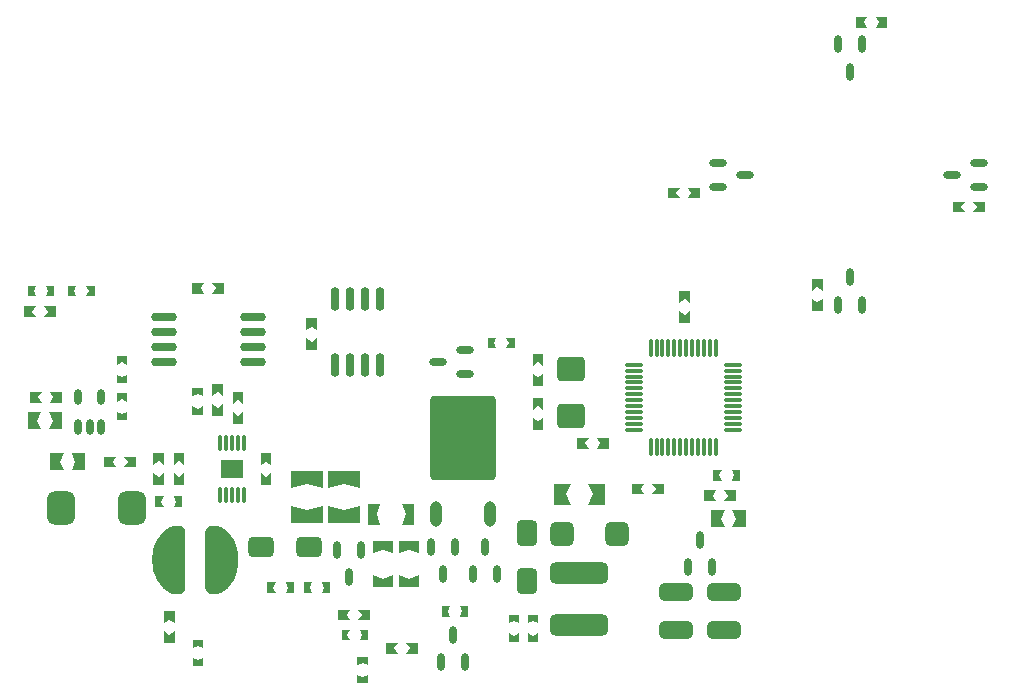
<source format=gtp>
G04 Layer_Color=8421504*
%FSLAX24Y24*%
%MOIN*%
G70*
G01*
G75*
G04:AMPARAMS|DCode=15|XSize=90.6mil|YSize=82.7mil|CornerRadius=12.4mil|HoleSize=0mil|Usage=FLASHONLY|Rotation=0.000|XOffset=0mil|YOffset=0mil|HoleType=Round|Shape=RoundedRectangle|*
%AMROUNDEDRECTD15*
21,1,0.0906,0.0579,0,0,0.0*
21,1,0.0657,0.0827,0,0,0.0*
1,1,0.0248,0.0329,-0.0289*
1,1,0.0248,-0.0329,-0.0289*
1,1,0.0248,-0.0329,0.0289*
1,1,0.0248,0.0329,0.0289*
%
%ADD15ROUNDEDRECTD15*%
G04:AMPARAMS|DCode=16|XSize=86.6mil|YSize=68.9mil|CornerRadius=17.2mil|HoleSize=0mil|Usage=FLASHONLY|Rotation=90.000|XOffset=0mil|YOffset=0mil|HoleType=Round|Shape=RoundedRectangle|*
%AMROUNDEDRECTD16*
21,1,0.0866,0.0344,0,0,90.0*
21,1,0.0522,0.0689,0,0,90.0*
1,1,0.0344,0.0172,0.0261*
1,1,0.0344,0.0172,-0.0261*
1,1,0.0344,-0.0172,-0.0261*
1,1,0.0344,-0.0172,0.0261*
%
%ADD16ROUNDEDRECTD16*%
G04:AMPARAMS|DCode=17|XSize=194.9mil|YSize=70.9mil|CornerRadius=17.7mil|HoleSize=0mil|Usage=FLASHONLY|Rotation=180.000|XOffset=0mil|YOffset=0mil|HoleType=Round|Shape=RoundedRectangle|*
%AMROUNDEDRECTD17*
21,1,0.1949,0.0354,0,0,180.0*
21,1,0.1594,0.0709,0,0,180.0*
1,1,0.0354,-0.0797,0.0177*
1,1,0.0354,0.0797,0.0177*
1,1,0.0354,0.0797,-0.0177*
1,1,0.0354,-0.0797,-0.0177*
%
%ADD17ROUNDEDRECTD17*%
G04:AMPARAMS|DCode=18|XSize=279.5mil|YSize=218.5mil|CornerRadius=10.9mil|HoleSize=0mil|Usage=FLASHONLY|Rotation=90.000|XOffset=0mil|YOffset=0mil|HoleType=Round|Shape=RoundedRectangle|*
%AMROUNDEDRECTD18*
21,1,0.2795,0.1967,0,0,90.0*
21,1,0.2577,0.2185,0,0,90.0*
1,1,0.0219,0.0983,0.1288*
1,1,0.0219,0.0983,-0.1288*
1,1,0.0219,-0.0983,-0.1288*
1,1,0.0219,-0.0983,0.1288*
%
%ADD18ROUNDEDRECTD18*%
%ADD19O,0.0394X0.0846*%
%ADD22O,0.0281X0.0591*%
G04:AMPARAMS|DCode=23|XSize=82.7mil|YSize=78.7mil|CornerRadius=19.7mil|HoleSize=0mil|Usage=FLASHONLY|Rotation=270.000|XOffset=0mil|YOffset=0mil|HoleType=Round|Shape=RoundedRectangle|*
%AMROUNDEDRECTD23*
21,1,0.0827,0.0394,0,0,270.0*
21,1,0.0433,0.0787,0,0,270.0*
1,1,0.0394,-0.0197,-0.0217*
1,1,0.0394,-0.0197,0.0217*
1,1,0.0394,0.0197,0.0217*
1,1,0.0394,0.0197,-0.0217*
%
%ADD23ROUNDEDRECTD23*%
%ADD26R,0.0728X0.0610*%
%ADD27O,0.0118X0.0571*%
G04:AMPARAMS|DCode=28|XSize=94.5mil|YSize=110.2mil|CornerRadius=23.6mil|HoleSize=0mil|Usage=FLASHONLY|Rotation=180.000|XOffset=0mil|YOffset=0mil|HoleType=Round|Shape=RoundedRectangle|*
%AMROUNDEDRECTD28*
21,1,0.0945,0.0630,0,0,180.0*
21,1,0.0472,0.1102,0,0,180.0*
1,1,0.0472,-0.0236,0.0315*
1,1,0.0472,0.0236,0.0315*
1,1,0.0472,0.0236,-0.0315*
1,1,0.0472,-0.0236,-0.0315*
%
%ADD28ROUNDEDRECTD28*%
G04:AMPARAMS|DCode=29|XSize=86.6mil|YSize=68.9mil|CornerRadius=17.2mil|HoleSize=0mil|Usage=FLASHONLY|Rotation=180.000|XOffset=0mil|YOffset=0mil|HoleType=Round|Shape=RoundedRectangle|*
%AMROUNDEDRECTD29*
21,1,0.0866,0.0344,0,0,180.0*
21,1,0.0522,0.0689,0,0,180.0*
1,1,0.0344,-0.0261,0.0172*
1,1,0.0344,0.0261,0.0172*
1,1,0.0344,0.0261,-0.0172*
1,1,0.0344,-0.0261,-0.0172*
%
%ADD29ROUNDEDRECTD29*%
%ADD32O,0.0236X0.0532*%
%ADD33O,0.0118X0.0630*%
%ADD34O,0.0630X0.0118*%
%ADD35O,0.0591X0.0281*%
%ADD36O,0.0850X0.0295*%
%ADD37O,0.0295X0.0800*%
G04:AMPARAMS|DCode=38|XSize=110.2mil|YSize=59.1mil|CornerRadius=14.8mil|HoleSize=0mil|Usage=FLASHONLY|Rotation=0.000|XOffset=0mil|YOffset=0mil|HoleType=Round|Shape=RoundedRectangle|*
%AMROUNDEDRECTD38*
21,1,0.1102,0.0295,0,0,0.0*
21,1,0.0807,0.0591,0,0,0.0*
1,1,0.0295,0.0404,-0.0148*
1,1,0.0295,-0.0404,-0.0148*
1,1,0.0295,-0.0404,0.0148*
1,1,0.0295,0.0404,0.0148*
%
%ADD38ROUNDEDRECTD38*%
G36*
X42854Y32835D02*
X42461D01*
X42579Y33012D01*
X42461Y33189D01*
X42854D01*
Y32835D01*
D02*
G37*
G36*
X42067Y33012D02*
X42185Y32835D01*
X41791D01*
Y33189D01*
X42185D01*
X42067Y33012D01*
D02*
G37*
G36*
X36594Y27136D02*
X36201D01*
X36319Y27313D01*
X36201Y27490D01*
X36594D01*
Y27136D01*
D02*
G37*
G36*
X35807Y27313D02*
X35925Y27136D01*
X35531D01*
Y27490D01*
X35925D01*
X35807Y27313D01*
D02*
G37*
G36*
X46102Y26673D02*
X45709D01*
X45827Y26850D01*
X45709Y27028D01*
X46102D01*
Y26673D01*
D02*
G37*
G36*
X45315Y26850D02*
X45433Y26673D01*
X45039D01*
Y27028D01*
X45433D01*
X45315Y26850D01*
D02*
G37*
G36*
X40689Y24065D02*
X40512Y24183D01*
X40335Y24065D01*
Y24459D01*
X40689D01*
Y24065D01*
D02*
G37*
G36*
X20748Y23967D02*
X20354D01*
X20472Y24144D01*
X20354Y24321D01*
X20748D01*
Y23967D01*
D02*
G37*
G36*
X19961Y24144D02*
X20079Y23967D01*
X19685D01*
Y24321D01*
X20079D01*
X19961Y24144D01*
D02*
G37*
G36*
X16427Y23878D02*
X16151D01*
X16230Y24055D01*
X16151Y24232D01*
X16427D01*
Y23878D01*
D02*
G37*
G36*
X15738Y24055D02*
X15817Y23878D01*
X15541D01*
Y24232D01*
X15817D01*
X15738Y24055D01*
D02*
G37*
G36*
X15079Y23878D02*
X14803D01*
X14882Y24055D01*
X14803Y24232D01*
X15079D01*
Y23878D01*
D02*
G37*
G36*
X14390Y24055D02*
X14468Y23878D01*
X14193D01*
Y24232D01*
X14468D01*
X14390Y24055D01*
D02*
G37*
G36*
X40689Y23396D02*
X40335D01*
Y23789D01*
X40512Y23671D01*
X40689Y23789D01*
Y23396D01*
D02*
G37*
G36*
X36270Y23652D02*
X36093Y23770D01*
X35915Y23652D01*
Y24045D01*
X36270D01*
Y23652D01*
D02*
G37*
G36*
Y22982D02*
X35915D01*
Y23376D01*
X36093Y23258D01*
X36270Y23376D01*
Y22982D01*
D02*
G37*
G36*
X15138Y23189D02*
X14744D01*
X14862Y23366D01*
X14744Y23543D01*
X15138D01*
Y23189D01*
D02*
G37*
G36*
X14350Y23366D02*
X14468Y23189D01*
X14075D01*
Y23543D01*
X14468D01*
X14350Y23366D01*
D02*
G37*
G36*
X23839Y22746D02*
X23661Y22864D01*
X23484Y22746D01*
Y23140D01*
X23839D01*
Y22746D01*
D02*
G37*
G36*
Y22077D02*
X23484D01*
Y22470D01*
X23661Y22352D01*
X23839Y22470D01*
Y22077D01*
D02*
G37*
G36*
X30423Y22136D02*
X30148D01*
X30226Y22313D01*
X30148Y22490D01*
X30423D01*
Y22136D01*
D02*
G37*
G36*
X29734Y22313D02*
X29813Y22136D01*
X29538D01*
Y22490D01*
X29813D01*
X29734Y22313D01*
D02*
G37*
G36*
X17520Y21594D02*
X17343Y21673D01*
X17165Y21594D01*
Y21870D01*
X17520D01*
Y21594D01*
D02*
G37*
G36*
X31388Y21565D02*
X31211Y21683D01*
X31033Y21565D01*
Y21959D01*
X31388D01*
Y21565D01*
D02*
G37*
G36*
X17520Y20984D02*
X17165D01*
Y21260D01*
X17343Y21181D01*
X17520Y21260D01*
Y20984D01*
D02*
G37*
G36*
X31388Y20896D02*
X31033D01*
Y21289D01*
X31211Y21171D01*
X31388Y21289D01*
Y20896D01*
D02*
G37*
G36*
X20709Y20551D02*
X20531Y20669D01*
X20354Y20551D01*
Y20945D01*
X20709D01*
Y20551D01*
D02*
G37*
G36*
X20039Y20541D02*
X19862Y20620D01*
X19685Y20541D01*
Y20817D01*
X20039D01*
Y20541D01*
D02*
G37*
G36*
X17520Y20364D02*
X17343Y20443D01*
X17165Y20364D01*
Y20640D01*
X17520D01*
Y20364D01*
D02*
G37*
G36*
X15325Y20325D02*
X14931D01*
X15049Y20502D01*
X14931Y20679D01*
X15325D01*
Y20325D01*
D02*
G37*
G36*
X14537Y20502D02*
X14656Y20325D01*
X14262D01*
Y20679D01*
X14656D01*
X14537Y20502D01*
D02*
G37*
G36*
X21378Y20285D02*
X21201Y20404D01*
X21024Y20285D01*
Y20679D01*
X21378D01*
Y20285D01*
D02*
G37*
G36*
X20709Y19882D02*
X20354D01*
Y20276D01*
X20531Y20157D01*
X20709Y20276D01*
Y19882D01*
D02*
G37*
G36*
X20039Y19931D02*
X19685D01*
Y20207D01*
X19862Y20128D01*
X20039Y20207D01*
Y19931D01*
D02*
G37*
G36*
X31387Y20098D02*
X31210Y20217D01*
X31033Y20098D01*
Y20492D01*
X31387D01*
Y20098D01*
D02*
G37*
G36*
X17520Y19754D02*
X17165D01*
Y20030D01*
X17343Y19951D01*
X17520Y20030D01*
Y19754D01*
D02*
G37*
G36*
X21378Y19616D02*
X21024D01*
Y20010D01*
X21201Y19892D01*
X21378Y20010D01*
Y19616D01*
D02*
G37*
G36*
X31387Y19429D02*
X31033D01*
Y19823D01*
X31210Y19705D01*
X31387Y19823D01*
Y19429D01*
D02*
G37*
G36*
X15354Y19449D02*
X14902D01*
X15030Y19734D01*
X14902Y20020D01*
X15354D01*
Y19449D01*
D02*
G37*
G36*
X14518Y19734D02*
X14646Y19449D01*
X14193D01*
Y20020D01*
X14646D01*
X14518Y19734D01*
D02*
G37*
G36*
X33563Y18799D02*
X33169D01*
X33287Y18976D01*
X33169Y19154D01*
X33563D01*
Y18799D01*
D02*
G37*
G36*
X32776Y18976D02*
X32894Y18799D01*
X32500D01*
Y19154D01*
X32894D01*
X32776Y18976D01*
D02*
G37*
G36*
X19419Y18258D02*
X19242Y18376D01*
X19065Y18258D01*
Y18652D01*
X19419D01*
Y18258D01*
D02*
G37*
G36*
X18740D02*
X18563Y18376D01*
X18386Y18258D01*
Y18652D01*
X18740D01*
Y18258D01*
D02*
G37*
G36*
X22313Y18248D02*
X22136Y18366D01*
X21959Y18248D01*
Y18642D01*
X22313D01*
Y18248D01*
D02*
G37*
G36*
X17815Y18179D02*
X17421D01*
X17539Y18356D01*
X17421Y18533D01*
X17815D01*
Y18179D01*
D02*
G37*
G36*
X17028Y18356D02*
X17146Y18179D01*
X16752D01*
Y18533D01*
X17146D01*
X17028Y18356D01*
D02*
G37*
G36*
X16112Y18071D02*
X15659D01*
X15787Y18356D01*
X15659Y18642D01*
X16112D01*
Y18071D01*
D02*
G37*
G36*
X15276Y18356D02*
X15404Y18071D01*
X14951D01*
Y18642D01*
X15404D01*
X15276Y18356D01*
D02*
G37*
G36*
X19419Y17589D02*
X19065D01*
Y17982D01*
X19242Y17864D01*
X19419Y17982D01*
Y17589D01*
D02*
G37*
G36*
X18740D02*
X18386D01*
Y17982D01*
X18563Y17864D01*
X18740Y17982D01*
Y17589D01*
D02*
G37*
G36*
X22313Y17579D02*
X21959D01*
Y17972D01*
X22136Y17854D01*
X22313Y17972D01*
Y17579D01*
D02*
G37*
G36*
X37933Y17726D02*
X37657D01*
X37736Y17904D01*
X37657Y18081D01*
X37933D01*
Y17726D01*
D02*
G37*
G36*
X37244Y17904D02*
X37323Y17726D01*
X37047D01*
Y18081D01*
X37323D01*
X37244Y17904D01*
D02*
G37*
G36*
X25256Y17470D02*
X24724Y17628D01*
X24193Y17470D01*
Y18041D01*
X25256D01*
Y17470D01*
D02*
G37*
G36*
X24026D02*
X23494Y17628D01*
X22963Y17470D01*
Y18041D01*
X24026D01*
Y17470D01*
D02*
G37*
G36*
X35413Y17274D02*
X35020D01*
X35138Y17451D01*
X35020Y17628D01*
X35413D01*
Y17274D01*
D02*
G37*
G36*
X34626Y17451D02*
X34744Y17274D01*
X34350D01*
Y17628D01*
X34744D01*
X34626Y17451D01*
D02*
G37*
G36*
X37815Y17057D02*
X37421D01*
X37539Y17234D01*
X37421Y17411D01*
X37815D01*
Y17057D01*
D02*
G37*
G36*
X37028Y17234D02*
X37146Y17057D01*
X36752D01*
Y17411D01*
X37146D01*
X37028Y17234D01*
D02*
G37*
G36*
X33435Y16919D02*
X32884D01*
X33041Y17274D01*
X32884Y17628D01*
X33435D01*
Y16919D01*
D02*
G37*
G36*
X32136Y17274D02*
X32293Y16919D01*
X31742D01*
Y17628D01*
X32293D01*
X32136Y17274D01*
D02*
G37*
G36*
X19339Y16848D02*
X19064D01*
X19142Y17026D01*
X19064Y17203D01*
X19339D01*
Y16848D01*
D02*
G37*
G36*
X18650Y17026D02*
X18729Y16848D01*
X18454D01*
Y17203D01*
X18729D01*
X18650Y17026D01*
D02*
G37*
G36*
X25256Y16329D02*
X24193D01*
Y16900D01*
X24724Y16742D01*
X25256Y16900D01*
Y16329D01*
D02*
G37*
G36*
X24026D02*
X22963D01*
Y16900D01*
X23494Y16742D01*
X24026Y16900D01*
Y16329D01*
D02*
G37*
G36*
X27087Y16260D02*
X26673D01*
X26791Y16604D01*
X26673Y16949D01*
X27087D01*
Y16260D01*
D02*
G37*
G36*
X25827Y16604D02*
X25945Y16260D01*
X25531D01*
Y16949D01*
X25945D01*
X25827Y16604D01*
D02*
G37*
G36*
X38140Y16181D02*
X37687D01*
X37815Y16467D01*
X37687Y16752D01*
X38140D01*
Y16181D01*
D02*
G37*
G36*
X37303Y16467D02*
X37431Y16181D01*
X36978D01*
Y16752D01*
X37431D01*
X37303Y16467D01*
D02*
G37*
G36*
X27244Y15315D02*
X26900Y15433D01*
X26555Y15315D01*
Y15728D01*
X27244D01*
Y15315D01*
D02*
G37*
G36*
X26388D02*
X26043Y15433D01*
X25699Y15315D01*
Y15728D01*
X26388D01*
Y15315D01*
D02*
G37*
G36*
X27244Y14173D02*
X26555D01*
Y14587D01*
X26900Y14468D01*
X27244Y14587D01*
Y14173D01*
D02*
G37*
G36*
X26388D02*
X25699D01*
Y14587D01*
X26043Y14468D01*
X26388Y14587D01*
Y14173D01*
D02*
G37*
G36*
X24281Y13986D02*
X24006D01*
X24085Y14163D01*
X24006Y14341D01*
X24281D01*
Y13986D01*
D02*
G37*
G36*
X23593Y14163D02*
X23671Y13986D01*
X23396D01*
Y14341D01*
X23671D01*
X23593Y14163D01*
D02*
G37*
G36*
X23071Y13986D02*
X22795D01*
X22874Y14163D01*
X22795Y14341D01*
X23071D01*
Y13986D01*
D02*
G37*
G36*
X22382Y14163D02*
X22461Y13986D01*
X22185D01*
Y14341D01*
X22461D01*
X22382Y14163D01*
D02*
G37*
G36*
X20515Y16218D02*
X20630Y16183D01*
X20737Y16127D01*
X20830Y16050D01*
X20860Y16020D01*
X20972Y15892D01*
X21065Y15749D01*
X21138Y15596D01*
X21139Y15592D01*
X21184Y15452D01*
X21211Y15308D01*
X21220Y15161D01*
X21220Y15029D01*
X21211Y14874D01*
X21182Y14721D01*
X21134Y14573D01*
X21134Y14572D01*
X21064Y14424D01*
X20974Y14288D01*
X20867Y14164D01*
X20824Y14121D01*
X20734Y14047D01*
X20631Y13992D01*
X20519Y13958D01*
X20403Y13947D01*
X20335D01*
X20268Y13957D01*
X20207Y13988D01*
X20159Y14036D01*
X20129Y14096D01*
X20118Y14163D01*
Y16014D01*
X20129Y16081D01*
X20159Y16141D01*
X20207Y16189D01*
X20268Y16220D01*
X20335Y16230D01*
X20395D01*
X20515Y16218D01*
D02*
G37*
G36*
X19299Y16220D02*
X19360Y16189D01*
X19407Y16141D01*
X19438Y16081D01*
X19449Y16014D01*
Y14163D01*
X19438Y14096D01*
X19407Y14036D01*
X19360Y13988D01*
X19299Y13957D01*
X19232Y13947D01*
X19172D01*
X19052Y13959D01*
X18937Y13994D01*
X18830Y14051D01*
X18737Y14127D01*
X18707Y14157D01*
X18595Y14285D01*
X18502Y14428D01*
X18429Y14581D01*
X18428Y14585D01*
X18383Y14725D01*
X18356Y14870D01*
X18346Y15017D01*
X18346Y15148D01*
X18356Y15303D01*
X18385Y15456D01*
X18433Y15604D01*
X18433Y15605D01*
X18503Y15753D01*
X18593Y15890D01*
X18700Y16013D01*
X18743Y16056D01*
X18833Y16130D01*
X18936Y16185D01*
X19048Y16219D01*
X19164Y16230D01*
X19232D01*
X19299Y16220D01*
D02*
G37*
G36*
X28878Y13199D02*
X28602D01*
X28681Y13376D01*
X28602Y13553D01*
X28878D01*
Y13199D01*
D02*
G37*
G36*
X28189Y13376D02*
X28268Y13199D01*
X27992D01*
Y13553D01*
X28268D01*
X28189Y13376D01*
D02*
G37*
G36*
X25610Y13071D02*
X25217D01*
X25335Y13248D01*
X25217Y13425D01*
X25610D01*
Y13071D01*
D02*
G37*
G36*
X24823Y13248D02*
X24941Y13071D01*
X24547D01*
Y13425D01*
X24941D01*
X24823Y13248D01*
D02*
G37*
G36*
X19094Y12982D02*
X18917Y13100D01*
X18740Y12982D01*
Y13376D01*
X19094D01*
Y12982D01*
D02*
G37*
G36*
X31220Y12972D02*
X31043Y13051D01*
X30866Y12972D01*
Y13248D01*
X31220D01*
Y12972D01*
D02*
G37*
G36*
X30581D02*
X30404Y13051D01*
X30226Y12972D01*
Y13248D01*
X30581D01*
Y12972D01*
D02*
G37*
G36*
X19094Y12313D02*
X18740D01*
Y12707D01*
X18917Y12589D01*
X19094Y12707D01*
Y12313D01*
D02*
G37*
G36*
X31220Y12362D02*
X30866D01*
Y12638D01*
X31043Y12559D01*
X31220Y12638D01*
Y12362D01*
D02*
G37*
G36*
X30581D02*
X30226D01*
Y12638D01*
X30404Y12559D01*
X30581Y12638D01*
Y12362D01*
D02*
G37*
G36*
X25541Y12402D02*
X25266D01*
X25344Y12579D01*
X25266Y12756D01*
X25541D01*
Y12402D01*
D02*
G37*
G36*
X24853Y12579D02*
X24931Y12402D01*
X24656D01*
Y12756D01*
X24931D01*
X24853Y12579D01*
D02*
G37*
G36*
X20049Y12155D02*
X19872Y12234D01*
X19695Y12155D01*
Y12431D01*
X20049D01*
Y12155D01*
D02*
G37*
G36*
X27205Y11959D02*
X26811D01*
X26929Y12136D01*
X26811Y12313D01*
X27205D01*
Y11959D01*
D02*
G37*
G36*
X26417Y12136D02*
X26535Y11959D01*
X26142D01*
Y12313D01*
X26535D01*
X26417Y12136D01*
D02*
G37*
G36*
X20049Y11545D02*
X19695D01*
Y11821D01*
X19872Y11742D01*
X20049Y11821D01*
Y11545D01*
D02*
G37*
G36*
X25541Y11584D02*
X25364Y11663D01*
X25187Y11584D01*
Y11860D01*
X25541D01*
Y11584D01*
D02*
G37*
G36*
Y10974D02*
X25187D01*
Y11250D01*
X25364Y11171D01*
X25541Y11250D01*
Y10974D01*
D02*
G37*
D15*
X32303Y19892D02*
D03*
Y21467D02*
D03*
D16*
X30827Y14380D02*
D03*
Y15994D02*
D03*
D17*
X32579Y12913D02*
D03*
Y14646D02*
D03*
D18*
X28701Y19163D02*
D03*
D19*
X27803Y16604D02*
D03*
X29598D02*
D03*
D22*
X29445Y15521D02*
D03*
X29845Y14611D02*
D03*
X29045D02*
D03*
X28045D02*
D03*
X27645Y15521D02*
D03*
X28445D02*
D03*
X24915Y14523D02*
D03*
X24515Y15433D02*
D03*
X25315D02*
D03*
X28372Y12598D02*
D03*
X28772Y11688D02*
D03*
X27972D02*
D03*
X41598Y31359D02*
D03*
X41198Y32269D02*
D03*
X41998D02*
D03*
X41591Y24508D02*
D03*
X41991Y23598D02*
D03*
X41191D02*
D03*
X36611Y15767D02*
D03*
X37011Y14857D02*
D03*
X36211D02*
D03*
D23*
X33829Y15945D02*
D03*
X32018D02*
D03*
D26*
X21004Y18110D02*
D03*
D27*
X21398Y17244D02*
D03*
X21201D02*
D03*
X21004D02*
D03*
X20807D02*
D03*
X20610D02*
D03*
Y18976D02*
D03*
X20807D02*
D03*
X21004D02*
D03*
X21201D02*
D03*
X21398D02*
D03*
D28*
X17666Y16821D02*
D03*
X15306D02*
D03*
D29*
X23583Y15531D02*
D03*
X21969D02*
D03*
D32*
X16634Y19518D02*
D03*
Y20502D02*
D03*
X15886Y19518D02*
D03*
Y20502D02*
D03*
X16260Y19518D02*
D03*
D33*
X34961Y18858D02*
D03*
X35157D02*
D03*
X35354D02*
D03*
X35551D02*
D03*
X35748D02*
D03*
X35945D02*
D03*
X36142D02*
D03*
X36339D02*
D03*
X36535D02*
D03*
X36732D02*
D03*
Y22165D02*
D03*
X36535D02*
D03*
X36339D02*
D03*
X36142D02*
D03*
X35945D02*
D03*
X35748D02*
D03*
X35551D02*
D03*
X35354D02*
D03*
X35157D02*
D03*
X34961D02*
D03*
X36929Y18858D02*
D03*
X37126D02*
D03*
Y22165D02*
D03*
X36929D02*
D03*
D34*
X37697Y19429D02*
D03*
Y19626D02*
D03*
Y19823D02*
D03*
Y20020D02*
D03*
Y20217D02*
D03*
Y20807D02*
D03*
Y21004D02*
D03*
Y21201D02*
D03*
Y21398D02*
D03*
Y21594D02*
D03*
Y20413D02*
D03*
Y20610D02*
D03*
X34390Y20217D02*
D03*
Y20020D02*
D03*
Y19823D02*
D03*
Y19626D02*
D03*
Y19429D02*
D03*
Y21594D02*
D03*
Y21398D02*
D03*
Y21201D02*
D03*
Y21004D02*
D03*
Y20807D02*
D03*
Y20610D02*
D03*
Y20413D02*
D03*
D35*
X27865Y21670D02*
D03*
X28775Y22070D02*
D03*
Y21270D02*
D03*
X45000Y27920D02*
D03*
X45910Y28320D02*
D03*
Y27520D02*
D03*
X38120Y27920D02*
D03*
X37210Y27520D02*
D03*
Y28320D02*
D03*
D36*
X21690Y22199D02*
D03*
X18740D02*
D03*
X21690Y23199D02*
D03*
Y22699D02*
D03*
Y21699D02*
D03*
X18740Y23199D02*
D03*
Y22699D02*
D03*
Y21699D02*
D03*
D37*
X24429Y21594D02*
D03*
X24929D02*
D03*
Y23794D02*
D03*
X24429D02*
D03*
X25929Y21594D02*
D03*
Y23794D02*
D03*
X25429Y21594D02*
D03*
Y23794D02*
D03*
D38*
X35807Y12746D02*
D03*
Y14006D02*
D03*
X37402Y12746D02*
D03*
Y14006D02*
D03*
M02*

</source>
